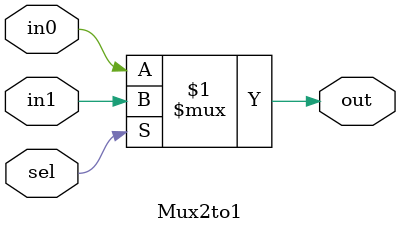
<source format=sv>
module top_module (
	input a,
	input b,
	input sel,
	output out
);

  // Define internal wire to hold the selected input
  wire selected_input;

  // Instantiate the multiplexer module
  // Pass the inputs and the select as arguments
  Mux2to1 mux1(.in0(a), .in1(b), .sel(sel), .out(selected_input));

  // Assign the selected input to the output
  assign out = selected_input;

endmodule
module Mux2to1 (
  input in0,
  input in1,
  input sel,
  output out
);
  // Logic for selecting the input based on sel value
  assign out = sel ? in1 : in0;
endmodule

</source>
